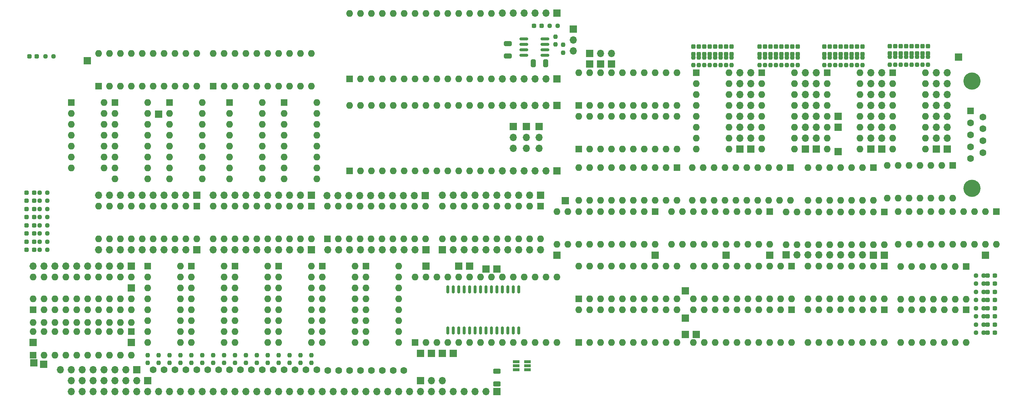
<source format=gbr>
%TF.GenerationSoftware,KiCad,Pcbnew,7.0.5*%
%TF.CreationDate,2024-08-20T05:02:14-04:00*%
%TF.ProjectId,processor_attempt_1,70726f63-6573-4736-9f72-5f617474656d,rev?*%
%TF.SameCoordinates,Original*%
%TF.FileFunction,Soldermask,Top*%
%TF.FilePolarity,Negative*%
%FSLAX46Y46*%
G04 Gerber Fmt 4.6, Leading zero omitted, Abs format (unit mm)*
G04 Created by KiCad (PCBNEW 7.0.5) date 2024-08-20 05:02:14*
%MOMM*%
%LPD*%
G01*
G04 APERTURE LIST*
G04 Aperture macros list*
%AMRoundRect*
0 Rectangle with rounded corners*
0 $1 Rounding radius*
0 $2 $3 $4 $5 $6 $7 $8 $9 X,Y pos of 4 corners*
0 Add a 4 corners polygon primitive as box body*
4,1,4,$2,$3,$4,$5,$6,$7,$8,$9,$2,$3,0*
0 Add four circle primitives for the rounded corners*
1,1,$1+$1,$2,$3*
1,1,$1+$1,$4,$5*
1,1,$1+$1,$6,$7*
1,1,$1+$1,$8,$9*
0 Add four rect primitives between the rounded corners*
20,1,$1+$1,$2,$3,$4,$5,0*
20,1,$1+$1,$4,$5,$6,$7,0*
20,1,$1+$1,$6,$7,$8,$9,0*
20,1,$1+$1,$8,$9,$2,$3,0*%
G04 Aperture macros list end*
%ADD10R,1.700000X1.700000*%
%ADD11O,1.700000X1.700000*%
%ADD12R,1.600000X1.600000*%
%ADD13O,1.600000X1.600000*%
%ADD14RoundRect,0.237500X-0.250000X-0.237500X0.250000X-0.237500X0.250000X0.237500X-0.250000X0.237500X0*%
%ADD15RoundRect,0.237500X-0.287500X-0.237500X0.287500X-0.237500X0.287500X0.237500X-0.287500X0.237500X0*%
%ADD16RoundRect,0.150000X-0.825000X-0.150000X0.825000X-0.150000X0.825000X0.150000X-0.825000X0.150000X0*%
%ADD17RoundRect,0.250000X0.625000X-0.312500X0.625000X0.312500X-0.625000X0.312500X-0.625000X-0.312500X0*%
%ADD18RoundRect,0.237500X-0.237500X0.250000X-0.237500X-0.250000X0.237500X-0.250000X0.237500X0.250000X0*%
%ADD19C,1.600000*%
%ADD20C,4.000000*%
%ADD21RoundRect,0.237500X-0.237500X0.287500X-0.237500X-0.287500X0.237500X-0.287500X0.237500X0.287500X0*%
%ADD22RoundRect,0.250000X-0.650000X0.325000X-0.650000X-0.325000X0.650000X-0.325000X0.650000X0.325000X0*%
%ADD23RoundRect,0.237500X0.250000X0.237500X-0.250000X0.237500X-0.250000X-0.237500X0.250000X-0.237500X0*%
%ADD24RoundRect,0.237500X0.237500X-0.250000X0.237500X0.250000X-0.237500X0.250000X-0.237500X-0.250000X0*%
%ADD25RoundRect,0.237500X0.287500X0.237500X-0.287500X0.237500X-0.287500X-0.237500X0.287500X-0.237500X0*%
%ADD26RoundRect,0.150000X0.150000X-0.750000X0.150000X0.750000X-0.150000X0.750000X-0.150000X-0.750000X0*%
%ADD27R,1.560000X0.650000*%
%ADD28RoundRect,0.250000X0.325000X0.650000X-0.325000X0.650000X-0.325000X-0.650000X0.325000X-0.650000X0*%
G04 APERTURE END LIST*
D10*
%TO.C,J31*%
X116840000Y-108585000D03*
D11*
X119380000Y-108585000D03*
X121920000Y-108585000D03*
%TD*%
D10*
%TO.C,J41*%
X119380000Y-102235000D03*
%TD*%
%TO.C,J61*%
X150495000Y-66675000D03*
%TD*%
%TO.C,J60*%
X213995000Y-55245000D03*
%TD*%
%TO.C,J59*%
X187960000Y-79375000D03*
%TD*%
%TO.C,J58*%
X148590000Y-79375000D03*
%TD*%
%TO.C,J56*%
X180975000Y-97790000D03*
%TD*%
%TO.C,J54*%
X178435000Y-87630000D03*
%TD*%
%TO.C,J51*%
X132080000Y-82550000D03*
%TD*%
%TO.C,J50*%
X124460000Y-102235000D03*
%TD*%
%TO.C,J49*%
X118110000Y-81915000D03*
%TD*%
%TO.C,J46*%
X171450000Y-79375000D03*
%TD*%
%TO.C,J45*%
X178435000Y-93980000D03*
%TD*%
%TO.C,J43*%
X121920000Y-102235000D03*
%TD*%
%TO.C,J64*%
X224790000Y-79375000D03*
%TD*%
%TO.C,J74*%
X242056657Y-33153573D03*
%TD*%
%TO.C,J73*%
X248285000Y-79375000D03*
%TD*%
%TO.C,J63*%
X178435000Y-97790000D03*
%TD*%
%TO.C,J62*%
X222250000Y-79375000D03*
%TD*%
%TO.C,J57*%
X198120000Y-79375000D03*
%TD*%
%TO.C,J52*%
X116840000Y-102235000D03*
%TD*%
%TO.C,J48*%
X128270000Y-81915000D03*
%TD*%
%TO.C,J47*%
X134620000Y-82550000D03*
%TD*%
%TO.C,J39*%
X29117036Y-104773313D03*
%TD*%
%TO.C,J44*%
X125730000Y-81915000D03*
%TD*%
%TO.C,J35*%
X26670000Y-99695000D03*
%TD*%
%TO.C,J72*%
X49530000Y-86995000D03*
%TD*%
%TO.C,J71*%
X49530000Y-99695000D03*
%TD*%
%TO.C,J70*%
X213995000Y-46990000D03*
%TD*%
%TO.C,J67*%
X213995000Y-49530000D03*
%TD*%
D12*
%TO.C,U23*%
X153670000Y-44450000D03*
D13*
X156210000Y-44450000D03*
X158750000Y-44450000D03*
X161290000Y-44450000D03*
X163830000Y-44450000D03*
X166370000Y-44450000D03*
X168910000Y-44450000D03*
X171450000Y-44450000D03*
X173990000Y-44450000D03*
X176530000Y-44450000D03*
X176530000Y-36830000D03*
X173990000Y-36830000D03*
X171450000Y-36830000D03*
X168910000Y-36830000D03*
X166370000Y-36830000D03*
X163830000Y-36830000D03*
X161290000Y-36830000D03*
X158750000Y-36830000D03*
X156210000Y-36830000D03*
X153670000Y-36830000D03*
%TD*%
D10*
%TO.C,J69*%
X156225000Y-32385000D03*
D11*
X158765000Y-32385000D03*
X161305000Y-32385000D03*
%TD*%
D10*
%TO.C,J68*%
X161290000Y-34798000D03*
%TD*%
%TO.C,J65*%
X158750000Y-34798000D03*
%TD*%
%TO.C,J36*%
X156210000Y-34798000D03*
%TD*%
D14*
%TO.C,r140*%
X146915500Y-25908000D03*
X148740500Y-25908000D03*
%TD*%
D15*
%TO.C,D82*%
X143270000Y-25908000D03*
X145020000Y-25908000D03*
%TD*%
D10*
%TO.C,J34*%
X144399000Y-49403000D03*
D11*
X144399000Y-51943000D03*
X144399000Y-54483000D03*
%TD*%
D10*
%TO.C,J33*%
X141478000Y-49403000D03*
D11*
X141478000Y-51943000D03*
X141478000Y-54483000D03*
%TD*%
D10*
%TO.C,J32*%
X138430000Y-49388000D03*
D11*
X138430000Y-51928000D03*
X138430000Y-54468000D03*
%TD*%
D16*
%TO.C,U1*%
X140843000Y-28956000D03*
X140843000Y-30226000D03*
X140843000Y-31496000D03*
X140843000Y-32766000D03*
X145793000Y-32766000D03*
X145793000Y-31496000D03*
X145793000Y-30226000D03*
X145793000Y-28956000D03*
%TD*%
D10*
%TO.C,J42*%
X55880000Y-46482000D03*
%TD*%
%TO.C,J40*%
X39243000Y-34036000D03*
%TD*%
%TO.C,J30*%
X26797000Y-104394000D03*
%TD*%
D17*
%TO.C,5V_rsns1*%
X134620000Y-109285500D03*
X134620000Y-106360500D03*
%TD*%
D12*
%TO.C,U44*%
X153670000Y-89535000D03*
D13*
X156210000Y-89535000D03*
X158750000Y-89535000D03*
X161290000Y-89535000D03*
X163830000Y-89535000D03*
X166370000Y-89535000D03*
X168910000Y-89535000D03*
X171450000Y-89535000D03*
X173990000Y-89535000D03*
X176530000Y-89535000D03*
X176530000Y-81915000D03*
X173990000Y-81915000D03*
X171450000Y-81915000D03*
X168910000Y-81915000D03*
X166370000Y-81915000D03*
X163830000Y-81915000D03*
X161290000Y-81915000D03*
X158750000Y-81915000D03*
X156210000Y-81915000D03*
X153670000Y-81915000D03*
%TD*%
D14*
%TO.C,r77*%
X28170500Y-68580000D03*
X29995500Y-68580000D03*
%TD*%
D11*
%TO.C,J26*%
X221615000Y-36830000D03*
X221615000Y-39370000D03*
X221615000Y-41910000D03*
X221615000Y-44450000D03*
X221615000Y-46990000D03*
X221615000Y-49530000D03*
X221615000Y-52070000D03*
D10*
X221615000Y-54610000D03*
%TD*%
D18*
%TO.C,r107*%
X219710000Y-33250500D03*
X219710000Y-35075500D03*
%TD*%
D12*
%TO.C,U19*%
X100330000Y-59690000D03*
D13*
X102870000Y-59690000D03*
X105410000Y-59690000D03*
X107950000Y-59690000D03*
X110490000Y-59690000D03*
X113030000Y-59690000D03*
X115570000Y-59690000D03*
X118110000Y-59690000D03*
X120650000Y-59690000D03*
X123190000Y-59690000D03*
X125730000Y-59690000D03*
X128270000Y-59690000D03*
X130810000Y-59690000D03*
X133350000Y-59690000D03*
X133350000Y-44450000D03*
X130810000Y-44450000D03*
X128270000Y-44450000D03*
X125730000Y-44450000D03*
X123190000Y-44450000D03*
X120650000Y-44450000D03*
X118110000Y-44450000D03*
X115570000Y-44450000D03*
X113030000Y-44450000D03*
X110490000Y-44450000D03*
X107950000Y-44450000D03*
X105410000Y-44450000D03*
X102870000Y-44450000D03*
X100330000Y-44450000D03*
%TD*%
D10*
%TO.C,J18*%
X144780000Y-65405000D03*
D11*
X142240000Y-65405000D03*
X139700000Y-65405000D03*
X137160000Y-65405000D03*
X134620000Y-65405000D03*
X132080000Y-65405000D03*
X129540000Y-65405000D03*
X127000000Y-65405000D03*
X124460000Y-65405000D03*
X121920000Y-65405000D03*
%TD*%
D10*
%TO.C,J4*%
X53340000Y-108585000D03*
D11*
X50800000Y-108585000D03*
X48260000Y-108585000D03*
X45720000Y-108585000D03*
X43180000Y-108585000D03*
X40640000Y-108585000D03*
X38100000Y-108585000D03*
X35560000Y-108585000D03*
%TD*%
D12*
%TO.C,U3*%
X72390000Y-43815000D03*
D13*
X72390000Y-46355000D03*
X72390000Y-48895000D03*
X72390000Y-51435000D03*
X72390000Y-53975000D03*
X72390000Y-56515000D03*
X72390000Y-59055000D03*
X72390000Y-61595000D03*
X80010000Y-61595000D03*
X80010000Y-59055000D03*
X80010000Y-56515000D03*
X80010000Y-53975000D03*
X80010000Y-51435000D03*
X80010000Y-48895000D03*
X80010000Y-46355000D03*
X80010000Y-43815000D03*
%TD*%
D15*
%TO.C,D29*%
X25160000Y-72390000D03*
X26910000Y-72390000D03*
%TD*%
%TO.C,D26*%
X25160000Y-66675000D03*
X26910000Y-66675000D03*
%TD*%
D13*
%TO.C,U52*%
X243845000Y-89545000D03*
X241305000Y-89545000D03*
X238765000Y-89545000D03*
X236225000Y-89545000D03*
X233685000Y-89545000D03*
X231145000Y-89545000D03*
X228605000Y-89545000D03*
X228605000Y-81925000D03*
X231145000Y-81925000D03*
X233685000Y-81925000D03*
X236225000Y-81925000D03*
X238765000Y-81925000D03*
X241305000Y-81925000D03*
D12*
X243845000Y-81925000D03*
%TD*%
D19*
%TO.C,J21*%
X247703669Y-55453000D03*
X247703669Y-52683000D03*
X247703669Y-49913000D03*
X247703669Y-47143000D03*
X244863669Y-56838000D03*
X244863669Y-54068000D03*
X244863669Y-51298000D03*
X244863669Y-48528000D03*
D12*
X244863669Y-45758000D03*
D20*
X245163669Y-38798000D03*
X245163669Y-63798000D03*
%TD*%
D21*
%TO.C,D69*%
X200787000Y-32498000D03*
X200787000Y-30748000D03*
%TD*%
D12*
%TO.C,U24*%
X153670000Y-54610000D03*
D13*
X156210000Y-54610000D03*
X158750000Y-54610000D03*
X161290000Y-54610000D03*
X163830000Y-54610000D03*
X166370000Y-54610000D03*
X168910000Y-54610000D03*
X171450000Y-54610000D03*
X173990000Y-54610000D03*
X176530000Y-54610000D03*
X176530000Y-46990000D03*
X173990000Y-46990000D03*
X171450000Y-46990000D03*
X168910000Y-46990000D03*
X166370000Y-46990000D03*
X163830000Y-46990000D03*
X161290000Y-46990000D03*
X158750000Y-46990000D03*
X156210000Y-46990000D03*
X153670000Y-46990000D03*
%TD*%
D12*
%TO.C,U29*%
X41910000Y-40005000D03*
D13*
X44450000Y-40005000D03*
X46990000Y-40005000D03*
X49530000Y-40005000D03*
X52070000Y-40005000D03*
X54610000Y-40005000D03*
X57150000Y-40005000D03*
X59690000Y-40005000D03*
X62230000Y-40005000D03*
X64770000Y-40005000D03*
X64770000Y-32385000D03*
X62230000Y-32385000D03*
X59690000Y-32385000D03*
X57150000Y-32385000D03*
X54610000Y-32385000D03*
X52070000Y-32385000D03*
X49530000Y-32385000D03*
X46990000Y-32385000D03*
X44450000Y-32385000D03*
X41910000Y-32385000D03*
%TD*%
D18*
%TO.C,r108*%
X218440000Y-33250500D03*
X218440000Y-35075500D03*
%TD*%
D21*
%TO.C,D51*%
X217170000Y-32498000D03*
X217170000Y-30748000D03*
%TD*%
%TO.C,D70*%
X202057000Y-32498000D03*
X202057000Y-30748000D03*
%TD*%
D22*
%TO.C,C2*%
X137160000Y-32971000D03*
X137160000Y-30021000D03*
%TD*%
D21*
%TO.C,D66*%
X196977000Y-32498000D03*
X196977000Y-30748000D03*
%TD*%
D12*
%TO.C,U6*%
X91440000Y-67945000D03*
D13*
X88900000Y-67945000D03*
X86360000Y-67945000D03*
X83820000Y-67945000D03*
X81280000Y-67945000D03*
X78740000Y-67945000D03*
X76200000Y-67945000D03*
X73660000Y-67945000D03*
X71120000Y-67945000D03*
X68580000Y-67945000D03*
X68580000Y-75565000D03*
X71120000Y-75565000D03*
X73660000Y-75565000D03*
X76200000Y-75565000D03*
X78740000Y-75565000D03*
X81280000Y-75565000D03*
X83820000Y-75565000D03*
X86360000Y-75565000D03*
X88900000Y-75565000D03*
X91440000Y-75565000D03*
%TD*%
D10*
%TO.C,J3*%
X134620000Y-111125000D03*
D11*
X132080000Y-111125000D03*
X129540000Y-111125000D03*
X127000000Y-111125000D03*
X124460000Y-111125000D03*
X121920000Y-111125000D03*
X119380000Y-111125000D03*
X116840000Y-111125000D03*
X114300000Y-111125000D03*
X111760000Y-111125000D03*
X109220000Y-111125000D03*
X106680000Y-111125000D03*
X104140000Y-111125000D03*
X101600000Y-111125000D03*
X99060000Y-111125000D03*
X96520000Y-111125000D03*
X93980000Y-111125000D03*
X91440000Y-111125000D03*
X88900000Y-111125000D03*
X86360000Y-111125000D03*
X83820000Y-111125000D03*
X81280000Y-111125000D03*
X78740000Y-111125000D03*
X76200000Y-111125000D03*
X73660000Y-111125000D03*
X71120000Y-111125000D03*
X68580000Y-111125000D03*
X66040000Y-111125000D03*
X63500000Y-111125000D03*
X60960000Y-111125000D03*
X58420000Y-111125000D03*
X55880000Y-111125000D03*
X53340000Y-111125000D03*
X50800000Y-111125000D03*
X48260000Y-111125000D03*
X45720000Y-111125000D03*
X43180000Y-111125000D03*
X40640000Y-111125000D03*
X38100000Y-111125000D03*
X35560000Y-111125000D03*
%TD*%
D14*
%TO.C,r75*%
X28170500Y-64770000D03*
X29995500Y-64770000D03*
%TD*%
D12*
%TO.C,U25*%
X26670000Y-92075000D03*
D13*
X29210000Y-92075000D03*
X31750000Y-92075000D03*
X34290000Y-92075000D03*
X36830000Y-92075000D03*
X39370000Y-92075000D03*
X41910000Y-92075000D03*
X44450000Y-92075000D03*
X46990000Y-92075000D03*
X49530000Y-92075000D03*
X49530000Y-84455000D03*
X46990000Y-84455000D03*
X44450000Y-84455000D03*
X41910000Y-84455000D03*
X39370000Y-84455000D03*
X36830000Y-84455000D03*
X34290000Y-84455000D03*
X31750000Y-84455000D03*
X29210000Y-84455000D03*
X26670000Y-84455000D03*
%TD*%
D18*
%TO.C,r118*%
X231140000Y-34948500D03*
X231140000Y-33123500D03*
%TD*%
%TO.C,r123*%
X195707000Y-35075500D03*
X195707000Y-33250500D03*
%TD*%
D21*
%TO.C,D71*%
X203327000Y-32498000D03*
X203327000Y-30748000D03*
%TD*%
D23*
%TO.C,r88*%
X247927500Y-93599000D03*
X246102500Y-93599000D03*
%TD*%
D18*
%TO.C,r122*%
X226060000Y-34948500D03*
X226060000Y-33123500D03*
%TD*%
D13*
%TO.C,U55*%
X222250000Y-66548000D03*
X219710000Y-66548000D03*
X217170000Y-66548000D03*
X214630000Y-66548000D03*
X212090000Y-66548000D03*
X209550000Y-66548000D03*
X207010000Y-66548000D03*
X207010000Y-58928000D03*
X209550000Y-58928000D03*
X212090000Y-58928000D03*
X214630000Y-58928000D03*
X217170000Y-58928000D03*
X219710000Y-58928000D03*
D12*
X222250000Y-58928000D03*
%TD*%
%TO.C,U54*%
X176530000Y-58928000D03*
D13*
X173990000Y-58928000D03*
X171450000Y-58928000D03*
X168910000Y-58928000D03*
X166370000Y-58928000D03*
X163830000Y-58928000D03*
X161290000Y-58928000D03*
X158750000Y-58928000D03*
X156210000Y-58928000D03*
X153670000Y-58928000D03*
X153670000Y-66548000D03*
X156210000Y-66548000D03*
X158750000Y-66548000D03*
X161290000Y-66548000D03*
X163830000Y-66548000D03*
X166370000Y-66548000D03*
X168910000Y-66548000D03*
X171450000Y-66548000D03*
X173990000Y-66548000D03*
X176530000Y-66548000D03*
%TD*%
D11*
%TO.C,J22*%
X208915000Y-36830000D03*
X208915000Y-39370000D03*
X208915000Y-41910000D03*
X208915000Y-44450000D03*
X208915000Y-46990000D03*
X208915000Y-49530000D03*
X208915000Y-52070000D03*
D10*
X208915000Y-54610000D03*
%TD*%
%TO.C,J17*%
X148590000Y-22987000D03*
D11*
X146050000Y-22987000D03*
X143510000Y-22987000D03*
X140970000Y-22987000D03*
X138430000Y-22987000D03*
X135890000Y-22987000D03*
%TD*%
D18*
%TO.C,r138*%
X189230000Y-35076948D03*
X189230000Y-33251948D03*
%TD*%
D12*
%TO.C,U41*%
X203200000Y-92075000D03*
D13*
X200660000Y-92075000D03*
X198120000Y-92075000D03*
X195580000Y-92075000D03*
X193040000Y-92075000D03*
X190500000Y-92075000D03*
X187960000Y-92075000D03*
X185420000Y-92075000D03*
X182880000Y-92075000D03*
X180340000Y-92075000D03*
X180340000Y-99695000D03*
X182880000Y-99695000D03*
X185420000Y-99695000D03*
X187960000Y-99695000D03*
X190500000Y-99695000D03*
X193040000Y-99695000D03*
X195580000Y-99695000D03*
X198120000Y-99695000D03*
X200660000Y-99695000D03*
X203200000Y-99695000D03*
%TD*%
D19*
%TO.C,C16*%
X67290000Y-106045000D03*
X64790000Y-106045000D03*
%TD*%
D24*
%TO.C,R13*%
X73660000Y-104417500D03*
X73660000Y-102592500D03*
%TD*%
D21*
%TO.C,D57*%
X234950000Y-32371000D03*
X234950000Y-30621000D03*
%TD*%
%TO.C,D65*%
X195707000Y-32498000D03*
X195707000Y-30748000D03*
%TD*%
%TO.C,D59*%
X232410000Y-32371000D03*
X232410000Y-30621000D03*
%TD*%
D18*
%TO.C,r121*%
X227330000Y-34948500D03*
X227330000Y-33123500D03*
%TD*%
D24*
%TO.C,R11*%
X78740000Y-104417500D03*
X78740000Y-102592500D03*
%TD*%
D25*
%TO.C,D40*%
X250557000Y-97409000D03*
X248807000Y-97409000D03*
%TD*%
D24*
%TO.C,R19*%
X68580000Y-104417500D03*
X68580000Y-102592500D03*
%TD*%
D19*
%TO.C,C4*%
X92690000Y-106045000D03*
X90190000Y-106045000D03*
%TD*%
%TO.C,C10*%
X77450000Y-106045000D03*
X74950000Y-106045000D03*
%TD*%
D21*
%TO.C,D77*%
X185420000Y-32499448D03*
X185420000Y-30749448D03*
%TD*%
%TO.C,D79*%
X187960000Y-32499448D03*
X187960000Y-30749448D03*
%TD*%
D10*
%TO.C,J28*%
X224155000Y-54610000D03*
D11*
X224155000Y-52070000D03*
X224155000Y-49530000D03*
X224155000Y-46990000D03*
X224155000Y-44450000D03*
X224155000Y-41910000D03*
X224155000Y-39370000D03*
X224155000Y-36830000D03*
%TD*%
D24*
%TO.C,R20*%
X71120000Y-104417500D03*
X71120000Y-102592500D03*
%TD*%
D15*
%TO.C,D27*%
X25160000Y-68580000D03*
X26910000Y-68580000D03*
%TD*%
D25*
%TO.C,D37*%
X250557000Y-91694000D03*
X248807000Y-91694000D03*
%TD*%
D10*
%TO.C,J19*%
X121920000Y-78105000D03*
D11*
X124460000Y-78105000D03*
X127000000Y-78105000D03*
X129540000Y-78105000D03*
X132080000Y-78105000D03*
X134620000Y-78105000D03*
X137160000Y-78105000D03*
X139700000Y-78105000D03*
X142240000Y-78105000D03*
X144780000Y-78105000D03*
%TD*%
D14*
%TO.C,r80*%
X28170500Y-74295000D03*
X29995500Y-74295000D03*
%TD*%
%TO.C,r81*%
X28170500Y-76200000D03*
X29995500Y-76200000D03*
%TD*%
D12*
%TO.C,U45*%
X153670000Y-99695000D03*
D13*
X156210000Y-99695000D03*
X158750000Y-99695000D03*
X161290000Y-99695000D03*
X163830000Y-99695000D03*
X166370000Y-99695000D03*
X168910000Y-99695000D03*
X171450000Y-99695000D03*
X173990000Y-99695000D03*
X176530000Y-99695000D03*
X176530000Y-92075000D03*
X173990000Y-92075000D03*
X171450000Y-92075000D03*
X168910000Y-92075000D03*
X166370000Y-92075000D03*
X163830000Y-92075000D03*
X161290000Y-92075000D03*
X158750000Y-92075000D03*
X156210000Y-92075000D03*
X153670000Y-92075000D03*
%TD*%
D10*
%TO.C,J20*%
X201930000Y-79248000D03*
D11*
X204470000Y-79248000D03*
X207010000Y-79248000D03*
X209550000Y-79248000D03*
X212090000Y-79248000D03*
X214630000Y-79248000D03*
X217170000Y-79248000D03*
X219710000Y-79248000D03*
%TD*%
D21*
%TO.C,D73*%
X180340000Y-32499448D03*
X180340000Y-30749448D03*
%TD*%
D11*
%TO.C,J24*%
X206375000Y-36830000D03*
X206375000Y-39370000D03*
X206375000Y-41910000D03*
X206375000Y-44450000D03*
X206375000Y-46990000D03*
X206375000Y-49530000D03*
X206375000Y-52070000D03*
D10*
X206375000Y-54610000D03*
%TD*%
D19*
%TO.C,C7*%
X112976305Y-106154911D03*
X110476305Y-106154911D03*
%TD*%
D21*
%TO.C,D75*%
X182880000Y-32499448D03*
X182880000Y-30749448D03*
%TD*%
%TO.C,D56*%
X210820000Y-32498000D03*
X210820000Y-30748000D03*
%TD*%
D15*
%TO.C,D32*%
X25160000Y-78105000D03*
X26910000Y-78105000D03*
%TD*%
D23*
%TO.C,r87*%
X247927500Y-91694000D03*
X246102500Y-91694000D03*
%TD*%
D15*
%TO.C,D81*%
X25795000Y-33020000D03*
X27545000Y-33020000D03*
%TD*%
D12*
%TO.C,U50*%
X250825000Y-69215000D03*
D13*
X248285000Y-69215000D03*
X245745000Y-69215000D03*
X243205000Y-69215000D03*
X240665000Y-69215000D03*
X238125000Y-69215000D03*
X235585000Y-69215000D03*
X233045000Y-69215000D03*
X230505000Y-69215000D03*
X227965000Y-69215000D03*
X227965000Y-76835000D03*
X230505000Y-76835000D03*
X233045000Y-76835000D03*
X235585000Y-76835000D03*
X238125000Y-76835000D03*
X240665000Y-76835000D03*
X243205000Y-76835000D03*
X245745000Y-76835000D03*
X248285000Y-76835000D03*
X250825000Y-76835000D03*
%TD*%
D12*
%TO.C,U18*%
X100315000Y-38235000D03*
D13*
X102855000Y-38235000D03*
X105395000Y-38235000D03*
X107935000Y-38235000D03*
X110475000Y-38235000D03*
X113015000Y-38235000D03*
X115555000Y-38235000D03*
X118095000Y-38235000D03*
X120635000Y-38235000D03*
X123175000Y-38235000D03*
X125715000Y-38235000D03*
X128255000Y-38235000D03*
X130795000Y-38235000D03*
X133335000Y-38235000D03*
X133335000Y-22995000D03*
X130795000Y-22995000D03*
X128255000Y-22995000D03*
X125715000Y-22995000D03*
X123175000Y-22995000D03*
X120635000Y-22995000D03*
X118095000Y-22995000D03*
X115555000Y-22995000D03*
X113015000Y-22995000D03*
X110475000Y-22995000D03*
X107935000Y-22995000D03*
X105395000Y-22995000D03*
X102855000Y-22995000D03*
X100315000Y-22995000D03*
%TD*%
D21*
%TO.C,D53*%
X214630000Y-32498000D03*
X214630000Y-30748000D03*
%TD*%
D24*
%TO.C,R14*%
X76200000Y-104417500D03*
X76200000Y-102592500D03*
%TD*%
D19*
%TO.C,C17*%
X72370000Y-106045000D03*
X69870000Y-106045000D03*
%TD*%
D12*
%TO.C,U60*%
X226695000Y-36830000D03*
D13*
X226695000Y-39370000D03*
X226695000Y-41910000D03*
X226695000Y-44450000D03*
X226695000Y-46990000D03*
X226695000Y-49530000D03*
X226695000Y-52070000D03*
X226695000Y-54610000D03*
X234315000Y-54610000D03*
X234315000Y-52070000D03*
X234315000Y-49530000D03*
X234315000Y-46990000D03*
X234315000Y-44450000D03*
X234315000Y-41910000D03*
X234315000Y-39370000D03*
X234315000Y-36830000D03*
%TD*%
D11*
%TO.C,J27*%
X193675000Y-36830000D03*
X193675000Y-39370000D03*
X193675000Y-41910000D03*
X193675000Y-44450000D03*
X193675000Y-46990000D03*
X193675000Y-49530000D03*
X193675000Y-52070000D03*
D10*
X193675000Y-54610000D03*
%TD*%
%TO.C,J10*%
X64770000Y-78105000D03*
D11*
X62230000Y-78105000D03*
X59690000Y-78105000D03*
X57150000Y-78105000D03*
X54610000Y-78105000D03*
X52070000Y-78105000D03*
X49530000Y-78105000D03*
X46990000Y-78105000D03*
X44450000Y-78105000D03*
X41910000Y-78105000D03*
%TD*%
D10*
%TO.C,J15*%
X148590000Y-44450000D03*
D11*
X146050000Y-44450000D03*
X143510000Y-44450000D03*
X140970000Y-44450000D03*
X138430000Y-44450000D03*
X135890000Y-44450000D03*
%TD*%
%TO.C,J25*%
X236855000Y-36830000D03*
X236855000Y-39370000D03*
X236855000Y-41910000D03*
X236855000Y-44450000D03*
X236855000Y-46990000D03*
X236855000Y-49530000D03*
X236855000Y-52070000D03*
D10*
X236855000Y-54610000D03*
%TD*%
D14*
%TO.C,r82*%
X28170500Y-78105000D03*
X29995500Y-78105000D03*
%TD*%
D18*
%TO.C,r129*%
X203327000Y-35075500D03*
X203327000Y-33250500D03*
%TD*%
D12*
%TO.C,U59*%
X211455000Y-36830000D03*
D13*
X211455000Y-39370000D03*
X211455000Y-41910000D03*
X211455000Y-44450000D03*
X211455000Y-46990000D03*
X211455000Y-49530000D03*
X211455000Y-52070000D03*
X211455000Y-54610000D03*
X219075000Y-54610000D03*
X219075000Y-52070000D03*
X219075000Y-49530000D03*
X219075000Y-46990000D03*
X219075000Y-44450000D03*
X219075000Y-41910000D03*
X219075000Y-39370000D03*
X219075000Y-36830000D03*
%TD*%
D10*
%TO.C,J14*%
X148590000Y-59690000D03*
D11*
X146050000Y-59690000D03*
X143510000Y-59690000D03*
X140970000Y-59690000D03*
X138430000Y-59690000D03*
X135890000Y-59690000D03*
%TD*%
D18*
%TO.C,r131*%
X180340000Y-35076948D03*
X180340000Y-33251948D03*
%TD*%
D10*
%TO.C,J29*%
X239395000Y-54610000D03*
D11*
X239395000Y-52070000D03*
X239395000Y-49530000D03*
X239395000Y-46990000D03*
X239395000Y-44450000D03*
X239395000Y-41910000D03*
X239395000Y-39370000D03*
X239395000Y-36830000D03*
%TD*%
D26*
%TO.C,U46*%
X123190000Y-96875000D03*
X124460000Y-96875000D03*
X125730000Y-96875000D03*
X127000000Y-96875000D03*
X128270000Y-96875000D03*
X129540000Y-96875000D03*
X130810000Y-96875000D03*
X132080000Y-96875000D03*
X133350000Y-96875000D03*
X134620000Y-96875000D03*
X135890000Y-96875000D03*
X137160000Y-96875000D03*
X138430000Y-96875000D03*
X139700000Y-96875000D03*
X139700000Y-87275000D03*
X138430000Y-87275000D03*
X137160000Y-87275000D03*
X135890000Y-87275000D03*
X134620000Y-87275000D03*
X133350000Y-87275000D03*
X132080000Y-87275000D03*
X130810000Y-87275000D03*
X129540000Y-87275000D03*
X128270000Y-87275000D03*
X127000000Y-87275000D03*
X125730000Y-87275000D03*
X124460000Y-87275000D03*
X123190000Y-87275000D03*
%TD*%
D24*
%TO.C,R22*%
X66040000Y-104417500D03*
X66040000Y-102592500D03*
%TD*%
D12*
%TO.C,U26*%
X26670468Y-102626722D03*
D13*
X29210468Y-102626722D03*
X31750468Y-102626722D03*
X34290468Y-102626722D03*
X36830468Y-102626722D03*
X39370468Y-102626722D03*
X41910468Y-102626722D03*
X44450468Y-102626722D03*
X46990468Y-102626722D03*
X49530468Y-102626722D03*
X49530468Y-95006722D03*
X46990468Y-95006722D03*
X44450468Y-95006722D03*
X41910468Y-95006722D03*
X39370468Y-95006722D03*
X36830468Y-95006722D03*
X34290468Y-95006722D03*
X31750468Y-95006722D03*
X29210468Y-95006722D03*
X26670468Y-95006722D03*
%TD*%
D21*
%TO.C,D64*%
X226060000Y-32371000D03*
X226060000Y-30621000D03*
%TD*%
D13*
%TO.C,U53*%
X243840000Y-99695000D03*
X241300000Y-99695000D03*
X238760000Y-99695000D03*
X236220000Y-99695000D03*
X233680000Y-99695000D03*
X231140000Y-99695000D03*
X228600000Y-99695000D03*
X228600000Y-92075000D03*
X231140000Y-92075000D03*
X233680000Y-92075000D03*
X236220000Y-92075000D03*
X238760000Y-92075000D03*
X241300000Y-92075000D03*
D12*
X243840000Y-92075000D03*
%TD*%
D19*
%TO.C,C18*%
X87610000Y-106045000D03*
X85110000Y-106045000D03*
%TD*%
D18*
%TO.C,r126*%
X199517000Y-35075500D03*
X199517000Y-33250500D03*
%TD*%
D12*
%TO.C,U36*%
X53350000Y-81905000D03*
D13*
X53350000Y-84445000D03*
X53350000Y-86985000D03*
X53350000Y-89525000D03*
X53350000Y-92065000D03*
X53350000Y-94605000D03*
X53350000Y-97145000D03*
X53350000Y-99685000D03*
X60970000Y-99685000D03*
X60970000Y-97145000D03*
X60970000Y-94605000D03*
X60970000Y-92065000D03*
X60970000Y-89525000D03*
X60970000Y-86985000D03*
X60970000Y-84445000D03*
X60970000Y-81905000D03*
%TD*%
D25*
%TO.C,D35*%
X250557000Y-87884000D03*
X248807000Y-87884000D03*
%TD*%
D21*
%TO.C,D49*%
X219710000Y-32498000D03*
X219710000Y-30748000D03*
%TD*%
D25*
%TO.C,D34*%
X250557000Y-85979000D03*
X248807000Y-85979000D03*
%TD*%
D12*
%TO.C,U4*%
X58410000Y-43815000D03*
D13*
X58410000Y-46355000D03*
X58410000Y-48895000D03*
X58410000Y-51435000D03*
X58410000Y-53975000D03*
X58410000Y-56515000D03*
X58410000Y-59055000D03*
X58410000Y-61595000D03*
X66030000Y-61595000D03*
X66030000Y-59055000D03*
X66030000Y-56515000D03*
X66030000Y-53975000D03*
X66030000Y-51435000D03*
X66030000Y-48895000D03*
X66030000Y-46355000D03*
X66030000Y-43815000D03*
%TD*%
D24*
%TO.C,R21*%
X63500000Y-104417500D03*
X63500000Y-102592500D03*
%TD*%
D18*
%TO.C,r128*%
X202057000Y-35075500D03*
X202057000Y-33250500D03*
%TD*%
D24*
%TO.C,R3*%
X83820000Y-104417500D03*
X83820000Y-102592500D03*
%TD*%
D18*
%TO.C,r111*%
X214630000Y-33250500D03*
X214630000Y-35075500D03*
%TD*%
D21*
%TO.C,D80*%
X189230000Y-32499448D03*
X189230000Y-30749448D03*
%TD*%
D12*
%TO.C,U33*%
X83830000Y-81905000D03*
D13*
X83830000Y-84445000D03*
X83830000Y-86985000D03*
X83830000Y-89525000D03*
X83830000Y-92065000D03*
X83830000Y-94605000D03*
X83830000Y-97145000D03*
X83830000Y-99685000D03*
X91450000Y-99685000D03*
X91450000Y-97145000D03*
X91450000Y-94605000D03*
X91450000Y-92065000D03*
X91450000Y-89525000D03*
X91450000Y-86985000D03*
X91450000Y-84445000D03*
X91450000Y-81905000D03*
%TD*%
D23*
%TO.C,r90*%
X247927500Y-97409000D03*
X246102500Y-97409000D03*
%TD*%
D18*
%TO.C,R1*%
X148209000Y-28424500D03*
X148209000Y-30249500D03*
%TD*%
D19*
%TO.C,C15*%
X57130000Y-106045000D03*
X54630000Y-106045000D03*
%TD*%
D21*
%TO.C,D58*%
X233680000Y-32371000D03*
X233680000Y-30621000D03*
%TD*%
D18*
%TO.C,r125*%
X198247000Y-35075500D03*
X198247000Y-33250500D03*
%TD*%
D21*
%TO.C,D55*%
X212090000Y-32498000D03*
X212090000Y-30748000D03*
%TD*%
D23*
%TO.C,r86*%
X247927500Y-89789000D03*
X246102500Y-89789000D03*
%TD*%
D21*
%TO.C,D76*%
X184150000Y-32499448D03*
X184150000Y-30749448D03*
%TD*%
D23*
%TO.C,r83*%
X247927500Y-84074000D03*
X246102500Y-84074000D03*
%TD*%
D21*
%TO.C,D62*%
X228600000Y-32371000D03*
X228600000Y-30621000D03*
%TD*%
D18*
%TO.C,r120*%
X228600000Y-34948500D03*
X228600000Y-33123500D03*
%TD*%
D12*
%TO.C,U37*%
X93966305Y-81897911D03*
D13*
X93966305Y-84437911D03*
X93966305Y-86977911D03*
X93966305Y-89517911D03*
X93966305Y-92057911D03*
X93966305Y-94597911D03*
X93966305Y-97137911D03*
X93966305Y-99677911D03*
X101586305Y-99677911D03*
X101586305Y-97137911D03*
X101586305Y-94597911D03*
X101586305Y-92057911D03*
X101586305Y-89517911D03*
X101586305Y-86977911D03*
X101586305Y-84437911D03*
X101586305Y-81897911D03*
%TD*%
D18*
%TO.C,r132*%
X181610000Y-35076948D03*
X181610000Y-33251948D03*
%TD*%
D10*
%TO.C,J7*%
X117971105Y-65420169D03*
D11*
X115431105Y-65420169D03*
X112891105Y-65420169D03*
X110351105Y-65420169D03*
X107811105Y-65420169D03*
X105271105Y-65420169D03*
X102731105Y-65420169D03*
X100191105Y-65420169D03*
X97651105Y-65420169D03*
X95111105Y-65420169D03*
%TD*%
D12*
%TO.C,U42*%
X240670000Y-58430000D03*
D13*
X238130000Y-58430000D03*
X235590000Y-58430000D03*
X233050000Y-58430000D03*
X230510000Y-58430000D03*
X227970000Y-58430000D03*
X225430000Y-58430000D03*
X225430000Y-66050000D03*
X227970000Y-66050000D03*
X230510000Y-66050000D03*
X233050000Y-66050000D03*
X235590000Y-66050000D03*
X238130000Y-66050000D03*
X240670000Y-66050000D03*
%TD*%
D21*
%TO.C,D54*%
X213360000Y-32498000D03*
X213360000Y-30748000D03*
%TD*%
D19*
%TO.C,C9*%
X62210000Y-106045000D03*
X59710000Y-106045000D03*
%TD*%
D27*
%TO.C,U61*%
X141765000Y-104140000D03*
X141765000Y-105090000D03*
X141765000Y-106040000D03*
X139065000Y-106040000D03*
X139065000Y-105090000D03*
X139065000Y-104140000D03*
%TD*%
D13*
%TO.C,U57*%
X188595000Y-36830000D03*
X188595000Y-39370000D03*
X188595000Y-41910000D03*
X188595000Y-44450000D03*
X188595000Y-46990000D03*
X188595000Y-49530000D03*
X188595000Y-52070000D03*
X188595000Y-54610000D03*
X180975000Y-54610000D03*
X180975000Y-52070000D03*
X180975000Y-49530000D03*
X180975000Y-46990000D03*
X180975000Y-44450000D03*
X180975000Y-41910000D03*
X180975000Y-39370000D03*
D12*
X180975000Y-36830000D03*
%TD*%
D24*
%TO.C,R6*%
X86360000Y-104417500D03*
X86360000Y-102592500D03*
%TD*%
%TO.C,R4*%
X88900000Y-104417500D03*
X88900000Y-102592500D03*
%TD*%
D10*
%TO.C,J13*%
X64770000Y-65405000D03*
D11*
X62230000Y-65405000D03*
X59690000Y-65405000D03*
X57150000Y-65405000D03*
X54610000Y-65405000D03*
X52070000Y-65405000D03*
X49530000Y-65405000D03*
X46990000Y-65405000D03*
X44450000Y-65405000D03*
X41910000Y-65405000D03*
%TD*%
D14*
%TO.C,r78*%
X28170500Y-70485000D03*
X29995500Y-70485000D03*
%TD*%
D25*
%TO.C,D39*%
X250557000Y-95504000D03*
X248807000Y-95504000D03*
%TD*%
D18*
%TO.C,r115*%
X234950000Y-34948500D03*
X234950000Y-33123500D03*
%TD*%
D21*
%TO.C,D61*%
X229870000Y-32371000D03*
X229870000Y-30621000D03*
%TD*%
D15*
%TO.C,D30*%
X25160000Y-74295000D03*
X26910000Y-74295000D03*
%TD*%
D12*
%TO.C,U30*%
X68580000Y-40005000D03*
D13*
X71120000Y-40005000D03*
X73660000Y-40005000D03*
X76200000Y-40005000D03*
X78740000Y-40005000D03*
X81280000Y-40005000D03*
X83820000Y-40005000D03*
X86360000Y-40005000D03*
X88900000Y-40005000D03*
X91440000Y-40005000D03*
X91440000Y-32385000D03*
X88900000Y-32385000D03*
X86360000Y-32385000D03*
X83820000Y-32385000D03*
X81280000Y-32385000D03*
X78740000Y-32385000D03*
X76200000Y-32385000D03*
X73660000Y-32385000D03*
X71120000Y-32385000D03*
X68580000Y-32385000D03*
%TD*%
D28*
%TO.C,C1*%
X146001000Y-34671000D03*
X143051000Y-34671000D03*
%TD*%
D15*
%TO.C,D28*%
X25160000Y-70485000D03*
X26910000Y-70485000D03*
%TD*%
D25*
%TO.C,D36*%
X250557000Y-89789000D03*
X248807000Y-89789000D03*
%TD*%
D23*
%TO.C,r89*%
X247927500Y-95504000D03*
X246102500Y-95504000D03*
%TD*%
D24*
%TO.C,R7*%
X91440000Y-104417500D03*
X91440000Y-102592500D03*
%TD*%
D21*
%TO.C,D74*%
X181610000Y-32499448D03*
X181610000Y-30749448D03*
%TD*%
D12*
%TO.C,U32*%
X224790000Y-81915000D03*
D13*
X222250000Y-81915000D03*
X219710000Y-81915000D03*
X217170000Y-81915000D03*
X214630000Y-81915000D03*
X212090000Y-81915000D03*
X209550000Y-81915000D03*
X207010000Y-81915000D03*
X207010000Y-89535000D03*
X209550000Y-89535000D03*
X212090000Y-89535000D03*
X214630000Y-89535000D03*
X217170000Y-89535000D03*
X219710000Y-89535000D03*
X222250000Y-89535000D03*
X224790000Y-89535000D03*
%TD*%
D10*
%TO.C,J8*%
X49530000Y-81915000D03*
D11*
X46990000Y-81915000D03*
X44450000Y-81915000D03*
X41910000Y-81915000D03*
X39370000Y-81915000D03*
X36830000Y-81915000D03*
X34290000Y-81915000D03*
X31750000Y-81915000D03*
X29210000Y-81915000D03*
X26670000Y-81915000D03*
%TD*%
D24*
%TO.C,R28*%
X60960000Y-104417500D03*
X60960000Y-102592500D03*
%TD*%
D12*
%TO.C,U47*%
X171450000Y-69215000D03*
D13*
X168910000Y-69215000D03*
X166370000Y-69215000D03*
X163830000Y-69215000D03*
X161290000Y-69215000D03*
X158750000Y-69215000D03*
X156210000Y-69215000D03*
X153670000Y-69215000D03*
X151130000Y-69215000D03*
X148590000Y-69215000D03*
X148590000Y-76835000D03*
X151130000Y-76835000D03*
X153670000Y-76835000D03*
X156210000Y-76835000D03*
X158750000Y-76835000D03*
X161290000Y-76835000D03*
X163830000Y-76835000D03*
X166370000Y-76835000D03*
X168910000Y-76835000D03*
X171450000Y-76835000D03*
%TD*%
D25*
%TO.C,D33*%
X250557000Y-84074000D03*
X248807000Y-84074000D03*
%TD*%
D10*
%TO.C,J1*%
X152400000Y-26685000D03*
D11*
X152400000Y-29225000D03*
X152400000Y-31765000D03*
%TD*%
D18*
%TO.C,R2*%
X149987000Y-30329500D03*
X149987000Y-32154500D03*
%TD*%
D12*
%TO.C,U34*%
X63510000Y-81905000D03*
D13*
X63510000Y-84445000D03*
X63510000Y-86985000D03*
X63510000Y-89525000D03*
X63510000Y-92065000D03*
X63510000Y-94605000D03*
X63510000Y-97145000D03*
X63510000Y-99685000D03*
X71130000Y-99685000D03*
X71130000Y-97145000D03*
X71130000Y-94605000D03*
X71130000Y-92065000D03*
X71130000Y-89525000D03*
X71130000Y-86985000D03*
X71130000Y-84445000D03*
X71130000Y-81905000D03*
%TD*%
D18*
%TO.C,r135*%
X185420000Y-35076948D03*
X185420000Y-33251948D03*
%TD*%
D13*
%TO.C,U58*%
X203835000Y-36820000D03*
X203835000Y-39360000D03*
X203835000Y-41900000D03*
X203835000Y-44440000D03*
X203835000Y-46980000D03*
X203835000Y-49520000D03*
X203835000Y-52060000D03*
X203835000Y-54600000D03*
X196215000Y-54600000D03*
X196215000Y-52060000D03*
X196215000Y-49520000D03*
X196215000Y-46980000D03*
X196215000Y-44440000D03*
X196215000Y-41900000D03*
X196215000Y-39360000D03*
D12*
X196215000Y-36820000D03*
%TD*%
D23*
%TO.C,r85*%
X247927500Y-87884000D03*
X246102500Y-87884000D03*
%TD*%
D12*
%TO.C,U39*%
X224790000Y-92075000D03*
D13*
X222250000Y-92075000D03*
X219710000Y-92075000D03*
X217170000Y-92075000D03*
X214630000Y-92075000D03*
X212090000Y-92075000D03*
X209550000Y-92075000D03*
X207010000Y-92075000D03*
X207010000Y-99695000D03*
X209550000Y-99695000D03*
X212090000Y-99695000D03*
X214630000Y-99695000D03*
X217170000Y-99695000D03*
X219710000Y-99695000D03*
X222250000Y-99695000D03*
X224790000Y-99695000D03*
%TD*%
D18*
%TO.C,r113*%
X212090000Y-33250500D03*
X212090000Y-35075500D03*
%TD*%
D12*
%TO.C,U49*%
X224785000Y-69225000D03*
D13*
X222245000Y-69225000D03*
X219705000Y-69225000D03*
X217165000Y-69225000D03*
X214625000Y-69225000D03*
X212085000Y-69225000D03*
X209545000Y-69225000D03*
X207005000Y-69225000D03*
X204465000Y-69225000D03*
X201925000Y-69225000D03*
X201925000Y-76845000D03*
X204465000Y-76845000D03*
X207005000Y-76845000D03*
X209545000Y-76845000D03*
X212085000Y-76845000D03*
X214625000Y-76845000D03*
X217165000Y-76845000D03*
X219705000Y-76845000D03*
X222245000Y-76845000D03*
X224785000Y-76845000D03*
%TD*%
D18*
%TO.C,r127*%
X200787000Y-35075500D03*
X200787000Y-33250500D03*
%TD*%
D24*
%TO.C,R12*%
X81280000Y-104417500D03*
X81280000Y-102592500D03*
%TD*%
D18*
%TO.C,r117*%
X232410000Y-34948500D03*
X232410000Y-33123500D03*
%TD*%
D12*
%TO.C,U7*%
X64770000Y-67945000D03*
D13*
X62230000Y-67945000D03*
X59690000Y-67945000D03*
X57150000Y-67945000D03*
X54610000Y-67945000D03*
X52070000Y-67945000D03*
X49530000Y-67945000D03*
X46990000Y-67945000D03*
X44450000Y-67945000D03*
X41910000Y-67945000D03*
X41910000Y-75565000D03*
X44450000Y-75565000D03*
X46990000Y-75565000D03*
X49530000Y-75565000D03*
X52070000Y-75565000D03*
X54610000Y-75565000D03*
X57150000Y-75565000D03*
X59690000Y-75565000D03*
X62230000Y-75565000D03*
X64770000Y-75565000D03*
%TD*%
D18*
%TO.C,r109*%
X217170000Y-33250500D03*
X217170000Y-35075500D03*
%TD*%
%TO.C,r136*%
X186690000Y-35076948D03*
X186690000Y-33251948D03*
%TD*%
D19*
%TO.C,C5*%
X97776305Y-106154911D03*
X95276305Y-106154911D03*
%TD*%
D23*
%TO.C,r84*%
X247927500Y-85979000D03*
X246102500Y-85979000D03*
%TD*%
D12*
%TO.C,U38*%
X104126305Y-81897911D03*
D13*
X104126305Y-84437911D03*
X104126305Y-86977911D03*
X104126305Y-89517911D03*
X104126305Y-92057911D03*
X104126305Y-94597911D03*
X104126305Y-97137911D03*
X104126305Y-99677911D03*
X111746305Y-99677911D03*
X111746305Y-97137911D03*
X111746305Y-94597911D03*
X111746305Y-92057911D03*
X111746305Y-89517911D03*
X111746305Y-86977911D03*
X111746305Y-84437911D03*
X111746305Y-81897911D03*
%TD*%
D18*
%TO.C,r124*%
X196977000Y-35075500D03*
X196977000Y-33250500D03*
%TD*%
%TO.C,r110*%
X215900000Y-33250500D03*
X215900000Y-35075500D03*
%TD*%
D12*
%TO.C,U35*%
X73660000Y-81915000D03*
D13*
X73660000Y-84455000D03*
X73660000Y-86995000D03*
X73660000Y-89535000D03*
X73660000Y-92075000D03*
X73660000Y-94615000D03*
X73660000Y-97155000D03*
X73660000Y-99695000D03*
X81280000Y-99695000D03*
X81280000Y-97155000D03*
X81280000Y-94615000D03*
X81280000Y-92075000D03*
X81280000Y-89535000D03*
X81280000Y-86995000D03*
X81280000Y-84455000D03*
X81280000Y-81915000D03*
%TD*%
D12*
%TO.C,U2*%
X85090000Y-43815000D03*
D13*
X85090000Y-46355000D03*
X85090000Y-48895000D03*
X85090000Y-51435000D03*
X85090000Y-53975000D03*
X85090000Y-56515000D03*
X85090000Y-59055000D03*
X85090000Y-61595000D03*
X92710000Y-61595000D03*
X92710000Y-59055000D03*
X92710000Y-56515000D03*
X92710000Y-53975000D03*
X92710000Y-51435000D03*
X92710000Y-48895000D03*
X92710000Y-46355000D03*
X92710000Y-43815000D03*
%TD*%
D21*
%TO.C,D72*%
X204597000Y-32498000D03*
X204597000Y-30748000D03*
%TD*%
D10*
%TO.C,J9*%
X91440000Y-78105000D03*
D11*
X88900000Y-78105000D03*
X86360000Y-78105000D03*
X83820000Y-78105000D03*
X81280000Y-78105000D03*
X78740000Y-78105000D03*
X76200000Y-78105000D03*
X73660000Y-78105000D03*
X71120000Y-78105000D03*
X68580000Y-78105000D03*
%TD*%
D21*
%TO.C,D52*%
X215900000Y-32498000D03*
X215900000Y-30748000D03*
%TD*%
D19*
%TO.C,C3*%
X107936305Y-106154911D03*
X105436305Y-106154911D03*
%TD*%
D12*
%TO.C,U48*%
X198120000Y-69215000D03*
D13*
X195580000Y-69215000D03*
X193040000Y-69215000D03*
X190500000Y-69215000D03*
X187960000Y-69215000D03*
X185420000Y-69215000D03*
X182880000Y-69215000D03*
X180340000Y-69215000D03*
X177800000Y-69215000D03*
X175260000Y-69215000D03*
X175260000Y-76835000D03*
X177800000Y-76835000D03*
X180340000Y-76835000D03*
X182880000Y-76835000D03*
X185420000Y-76835000D03*
X187960000Y-76835000D03*
X190500000Y-76835000D03*
X193040000Y-76835000D03*
X195580000Y-76835000D03*
X198120000Y-76835000D03*
%TD*%
%TO.C,U56*%
X43190000Y-43810000D03*
X43190000Y-46350000D03*
X43190000Y-48890000D03*
X43190000Y-51430000D03*
X43190000Y-53970000D03*
X43190000Y-56510000D03*
X43190000Y-59050000D03*
X35570000Y-59050000D03*
X35570000Y-56510000D03*
X35570000Y-53970000D03*
X35570000Y-51430000D03*
X35570000Y-48890000D03*
X35570000Y-46350000D03*
D12*
X35570000Y-43810000D03*
%TD*%
D18*
%TO.C,r137*%
X187960000Y-35076948D03*
X187960000Y-33251948D03*
%TD*%
D24*
%TO.C,R30*%
X55880000Y-104417500D03*
X55880000Y-102592500D03*
%TD*%
D21*
%TO.C,D63*%
X227330000Y-32371000D03*
X227330000Y-30621000D03*
%TD*%
D18*
%TO.C,r114*%
X210820000Y-33250500D03*
X210820000Y-35075500D03*
%TD*%
D10*
%TO.C,J16*%
X148590000Y-38303200D03*
D11*
X146050000Y-38303200D03*
X143510000Y-38303200D03*
X140970000Y-38303200D03*
X138430000Y-38303200D03*
X135890000Y-38303200D03*
%TD*%
D21*
%TO.C,D67*%
X198247000Y-32498000D03*
X198247000Y-30748000D03*
%TD*%
D19*
%TO.C,C11*%
X82530000Y-106045000D03*
X80030000Y-106045000D03*
%TD*%
D12*
%TO.C,U27*%
X95173238Y-75548224D03*
D13*
X97713238Y-75548224D03*
X100253238Y-75548224D03*
X102793238Y-75548224D03*
X105333238Y-75548224D03*
X107873238Y-75548224D03*
X110413238Y-75548224D03*
X112953238Y-75548224D03*
X115493238Y-75548224D03*
X118033238Y-75548224D03*
X118033238Y-67928224D03*
X115493238Y-67928224D03*
X112953238Y-67928224D03*
X110413238Y-67928224D03*
X107873238Y-67928224D03*
X105333238Y-67928224D03*
X102793238Y-67928224D03*
X100253238Y-67928224D03*
X97713238Y-67928224D03*
X95173238Y-67928224D03*
%TD*%
D18*
%TO.C,r112*%
X213360000Y-33250500D03*
X213360000Y-35075500D03*
%TD*%
D19*
%TO.C,C6*%
X102856305Y-106154911D03*
X100356305Y-106154911D03*
%TD*%
D12*
%TO.C,U31*%
X144780000Y-67945000D03*
D13*
X142240000Y-67945000D03*
X139700000Y-67945000D03*
X137160000Y-67945000D03*
X134620000Y-67945000D03*
X132080000Y-67945000D03*
X129540000Y-67945000D03*
X127000000Y-67945000D03*
X124460000Y-67945000D03*
X121920000Y-67945000D03*
X121920000Y-75565000D03*
X124460000Y-75565000D03*
X127000000Y-75565000D03*
X129540000Y-75565000D03*
X132080000Y-75565000D03*
X134620000Y-75565000D03*
X137160000Y-75565000D03*
X139700000Y-75565000D03*
X142240000Y-75565000D03*
X144780000Y-75565000D03*
%TD*%
D10*
%TO.C,J11*%
X118110000Y-78105000D03*
D11*
X115570000Y-78105000D03*
X113030000Y-78105000D03*
X110490000Y-78105000D03*
X107950000Y-78105000D03*
X105410000Y-78105000D03*
X102870000Y-78105000D03*
X100330000Y-78105000D03*
X97790000Y-78105000D03*
X95250000Y-78105000D03*
%TD*%
D18*
%TO.C,r134*%
X184150000Y-35076948D03*
X184150000Y-33251948D03*
%TD*%
D24*
%TO.C,R27*%
X58420000Y-104417500D03*
X58420000Y-102592500D03*
%TD*%
D14*
%TO.C,r79*%
X28170500Y-72390000D03*
X29995500Y-72390000D03*
%TD*%
D13*
%TO.C,U28*%
X115570000Y-84455000D03*
X118110000Y-84455000D03*
X120650000Y-84455000D03*
X123190000Y-84455000D03*
X125730000Y-84455000D03*
X128270000Y-84455000D03*
X130810000Y-84455000D03*
X133350000Y-84455000D03*
X135890000Y-84455000D03*
X138430000Y-84455000D03*
X140970000Y-84455000D03*
X143510000Y-84455000D03*
X146050000Y-84455000D03*
X148590000Y-84455000D03*
X148590000Y-99695000D03*
X146050000Y-99695000D03*
X143510000Y-99695000D03*
X140970000Y-99695000D03*
X138430000Y-99695000D03*
X135890000Y-99695000D03*
X133350000Y-99695000D03*
X130810000Y-99695000D03*
X128270000Y-99695000D03*
X125730000Y-99695000D03*
X123190000Y-99695000D03*
X120650000Y-99695000D03*
X118110000Y-99695000D03*
D12*
X115570000Y-99695000D03*
%TD*%
D11*
%TO.C,J23*%
X191135000Y-36830000D03*
X191135000Y-39370000D03*
X191135000Y-41910000D03*
X191135000Y-44450000D03*
X191135000Y-46990000D03*
X191135000Y-49530000D03*
X191135000Y-52070000D03*
D10*
X191135000Y-54610000D03*
%TD*%
D15*
%TO.C,D25*%
X25160000Y-64770000D03*
X26910000Y-64770000D03*
%TD*%
D14*
%TO.C,r139*%
X29567500Y-33020000D03*
X31392500Y-33020000D03*
%TD*%
D12*
%TO.C,U43*%
X202946000Y-58938000D03*
D13*
X200406000Y-58938000D03*
X197866000Y-58938000D03*
X195326000Y-58938000D03*
X192786000Y-58938000D03*
X190246000Y-58938000D03*
X187706000Y-58938000D03*
X185166000Y-58938000D03*
X182626000Y-58938000D03*
X180086000Y-58938000D03*
X180086000Y-66558000D03*
X182626000Y-66558000D03*
X185166000Y-66558000D03*
X187706000Y-66558000D03*
X190246000Y-66558000D03*
X192786000Y-66558000D03*
X195326000Y-66558000D03*
X197866000Y-66558000D03*
X200406000Y-66558000D03*
X202946000Y-66558000D03*
%TD*%
D10*
%TO.C,J12*%
X91440000Y-65405000D03*
D11*
X88900000Y-65405000D03*
X86360000Y-65405000D03*
X83820000Y-65405000D03*
X81280000Y-65405000D03*
X78740000Y-65405000D03*
X76200000Y-65405000D03*
X73660000Y-65405000D03*
X71120000Y-65405000D03*
X68580000Y-65405000D03*
%TD*%
D21*
%TO.C,D68*%
X199517000Y-32498000D03*
X199517000Y-30748000D03*
%TD*%
%TO.C,D60*%
X231140000Y-32371000D03*
X231140000Y-30621000D03*
%TD*%
D18*
%TO.C,r116*%
X233680000Y-34948500D03*
X233680000Y-33123500D03*
%TD*%
D21*
%TO.C,D50*%
X218440000Y-32498000D03*
X218440000Y-30748000D03*
%TD*%
D12*
%TO.C,U5*%
X45720000Y-43815000D03*
D13*
X45720000Y-46355000D03*
X45720000Y-48895000D03*
X45720000Y-51435000D03*
X45720000Y-53975000D03*
X45720000Y-56515000D03*
X45720000Y-59055000D03*
X45720000Y-61595000D03*
X53340000Y-61595000D03*
X53340000Y-59055000D03*
X53340000Y-56515000D03*
X53340000Y-53975000D03*
X53340000Y-51435000D03*
X53340000Y-48895000D03*
X53340000Y-46355000D03*
X53340000Y-43815000D03*
%TD*%
D14*
%TO.C,r76*%
X28170500Y-66675000D03*
X29995500Y-66675000D03*
%TD*%
D18*
%TO.C,r130*%
X204597000Y-35075500D03*
X204597000Y-33250500D03*
%TD*%
D25*
%TO.C,D38*%
X250557000Y-93599000D03*
X248807000Y-93599000D03*
%TD*%
D12*
%TO.C,U40*%
X203200000Y-81915000D03*
D13*
X200660000Y-81915000D03*
X198120000Y-81915000D03*
X195580000Y-81915000D03*
X193040000Y-81915000D03*
X190500000Y-81915000D03*
X187960000Y-81915000D03*
X185420000Y-81915000D03*
X182880000Y-81915000D03*
X180340000Y-81915000D03*
X180340000Y-89535000D03*
X182880000Y-89535000D03*
X185420000Y-89535000D03*
X187960000Y-89535000D03*
X190500000Y-89535000D03*
X193040000Y-89535000D03*
X195580000Y-89535000D03*
X198120000Y-89535000D03*
X200660000Y-89535000D03*
X203200000Y-89535000D03*
%TD*%
D18*
%TO.C,r133*%
X182880000Y-35076948D03*
X182880000Y-33251948D03*
%TD*%
D24*
%TO.C,R29*%
X53340000Y-104417500D03*
X53340000Y-102592500D03*
%TD*%
D18*
%TO.C,r119*%
X229870000Y-34948500D03*
X229870000Y-33123500D03*
%TD*%
D10*
%TO.C,J4*%
X50785000Y-106045000D03*
D11*
X48245000Y-106045000D03*
X45705000Y-106045000D03*
X43165000Y-106045000D03*
X40625000Y-106045000D03*
X38085000Y-106045000D03*
X35545000Y-106045000D03*
X33005000Y-106045000D03*
%TD*%
D15*
%TO.C,D31*%
X25160000Y-76200000D03*
X26910000Y-76200000D03*
%TD*%
D21*
%TO.C,D78*%
X186690000Y-32499448D03*
X186690000Y-30749448D03*
%TD*%
D12*
%TO.C,U21*%
X49530000Y-97155000D03*
D13*
X46990000Y-97155000D03*
X44450000Y-97155000D03*
X41910000Y-97155000D03*
X39370000Y-97155000D03*
X36830000Y-97155000D03*
X34290000Y-97155000D03*
X31750000Y-97155000D03*
X29210000Y-97155000D03*
X26670000Y-97155000D03*
X26670000Y-89535000D03*
X29210000Y-89535000D03*
X31750000Y-89535000D03*
X34290000Y-89535000D03*
X36830000Y-89535000D03*
X39370000Y-89535000D03*
X41910000Y-89535000D03*
X44450000Y-89535000D03*
X46990000Y-89535000D03*
X49530000Y-89535000D03*
%TD*%
M02*

</source>
